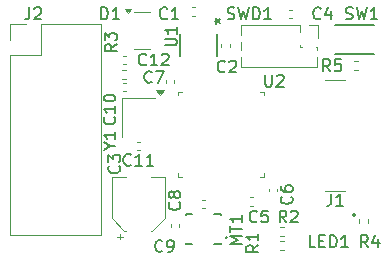
<source format=gbr>
%TF.GenerationSoftware,KiCad,Pcbnew,9.0.0*%
%TF.CreationDate,2025-06-23T18:52:12-04:00*%
%TF.ProjectId,CRSF_PWM_Gyro,43525346-5f50-4574-9d5f-4779726f2e6b,rev?*%
%TF.SameCoordinates,Original*%
%TF.FileFunction,Legend,Top*%
%TF.FilePolarity,Positive*%
%FSLAX46Y46*%
G04 Gerber Fmt 4.6, Leading zero omitted, Abs format (unit mm)*
G04 Created by KiCad (PCBNEW 9.0.0) date 2025-06-23 18:52:12*
%MOMM*%
%LPD*%
G01*
G04 APERTURE LIST*
%ADD10C,0.150000*%
%ADD11C,0.120000*%
%ADD12C,0.200000*%
%ADD13C,0.152400*%
%ADD14C,0.127000*%
G04 APERTURE END LIST*
D10*
X150833333Y-98454819D02*
X150500000Y-97978628D01*
X150261905Y-98454819D02*
X150261905Y-97454819D01*
X150261905Y-97454819D02*
X150642857Y-97454819D01*
X150642857Y-97454819D02*
X150738095Y-97502438D01*
X150738095Y-97502438D02*
X150785714Y-97550057D01*
X150785714Y-97550057D02*
X150833333Y-97645295D01*
X150833333Y-97645295D02*
X150833333Y-97788152D01*
X150833333Y-97788152D02*
X150785714Y-97883390D01*
X150785714Y-97883390D02*
X150738095Y-97931009D01*
X150738095Y-97931009D02*
X150642857Y-97978628D01*
X150642857Y-97978628D02*
X150261905Y-97978628D01*
X151690476Y-97788152D02*
X151690476Y-98454819D01*
X151452381Y-97407200D02*
X151214286Y-98121485D01*
X151214286Y-98121485D02*
X151833333Y-98121485D01*
X129359580Y-87442857D02*
X129407200Y-87490476D01*
X129407200Y-87490476D02*
X129454819Y-87633333D01*
X129454819Y-87633333D02*
X129454819Y-87728571D01*
X129454819Y-87728571D02*
X129407200Y-87871428D01*
X129407200Y-87871428D02*
X129311961Y-87966666D01*
X129311961Y-87966666D02*
X129216723Y-88014285D01*
X129216723Y-88014285D02*
X129026247Y-88061904D01*
X129026247Y-88061904D02*
X128883390Y-88061904D01*
X128883390Y-88061904D02*
X128692914Y-88014285D01*
X128692914Y-88014285D02*
X128597676Y-87966666D01*
X128597676Y-87966666D02*
X128502438Y-87871428D01*
X128502438Y-87871428D02*
X128454819Y-87728571D01*
X128454819Y-87728571D02*
X128454819Y-87633333D01*
X128454819Y-87633333D02*
X128502438Y-87490476D01*
X128502438Y-87490476D02*
X128550057Y-87442857D01*
X129454819Y-86490476D02*
X129454819Y-87061904D01*
X129454819Y-86776190D02*
X128454819Y-86776190D01*
X128454819Y-86776190D02*
X128597676Y-86871428D01*
X128597676Y-86871428D02*
X128692914Y-86966666D01*
X128692914Y-86966666D02*
X128740533Y-87061904D01*
X128454819Y-85871428D02*
X128454819Y-85776190D01*
X128454819Y-85776190D02*
X128502438Y-85680952D01*
X128502438Y-85680952D02*
X128550057Y-85633333D01*
X128550057Y-85633333D02*
X128645295Y-85585714D01*
X128645295Y-85585714D02*
X128835771Y-85538095D01*
X128835771Y-85538095D02*
X129073866Y-85538095D01*
X129073866Y-85538095D02*
X129264342Y-85585714D01*
X129264342Y-85585714D02*
X129359580Y-85633333D01*
X129359580Y-85633333D02*
X129407200Y-85680952D01*
X129407200Y-85680952D02*
X129454819Y-85776190D01*
X129454819Y-85776190D02*
X129454819Y-85871428D01*
X129454819Y-85871428D02*
X129407200Y-85966666D01*
X129407200Y-85966666D02*
X129359580Y-86014285D01*
X129359580Y-86014285D02*
X129264342Y-86061904D01*
X129264342Y-86061904D02*
X129073866Y-86109523D01*
X129073866Y-86109523D02*
X128835771Y-86109523D01*
X128835771Y-86109523D02*
X128645295Y-86061904D01*
X128645295Y-86061904D02*
X128550057Y-86014285D01*
X128550057Y-86014285D02*
X128502438Y-85966666D01*
X128502438Y-85966666D02*
X128454819Y-85871428D01*
X132057142Y-82959580D02*
X132009523Y-83007200D01*
X132009523Y-83007200D02*
X131866666Y-83054819D01*
X131866666Y-83054819D02*
X131771428Y-83054819D01*
X131771428Y-83054819D02*
X131628571Y-83007200D01*
X131628571Y-83007200D02*
X131533333Y-82911961D01*
X131533333Y-82911961D02*
X131485714Y-82816723D01*
X131485714Y-82816723D02*
X131438095Y-82626247D01*
X131438095Y-82626247D02*
X131438095Y-82483390D01*
X131438095Y-82483390D02*
X131485714Y-82292914D01*
X131485714Y-82292914D02*
X131533333Y-82197676D01*
X131533333Y-82197676D02*
X131628571Y-82102438D01*
X131628571Y-82102438D02*
X131771428Y-82054819D01*
X131771428Y-82054819D02*
X131866666Y-82054819D01*
X131866666Y-82054819D02*
X132009523Y-82102438D01*
X132009523Y-82102438D02*
X132057142Y-82150057D01*
X133009523Y-83054819D02*
X132438095Y-83054819D01*
X132723809Y-83054819D02*
X132723809Y-82054819D01*
X132723809Y-82054819D02*
X132628571Y-82197676D01*
X132628571Y-82197676D02*
X132533333Y-82292914D01*
X132533333Y-82292914D02*
X132438095Y-82340533D01*
X133390476Y-82150057D02*
X133438095Y-82102438D01*
X133438095Y-82102438D02*
X133533333Y-82054819D01*
X133533333Y-82054819D02*
X133771428Y-82054819D01*
X133771428Y-82054819D02*
X133866666Y-82102438D01*
X133866666Y-82102438D02*
X133914285Y-82150057D01*
X133914285Y-82150057D02*
X133961904Y-82245295D01*
X133961904Y-82245295D02*
X133961904Y-82340533D01*
X133961904Y-82340533D02*
X133914285Y-82483390D01*
X133914285Y-82483390D02*
X133342857Y-83054819D01*
X133342857Y-83054819D02*
X133961904Y-83054819D01*
X133833333Y-79059580D02*
X133785714Y-79107200D01*
X133785714Y-79107200D02*
X133642857Y-79154819D01*
X133642857Y-79154819D02*
X133547619Y-79154819D01*
X133547619Y-79154819D02*
X133404762Y-79107200D01*
X133404762Y-79107200D02*
X133309524Y-79011961D01*
X133309524Y-79011961D02*
X133261905Y-78916723D01*
X133261905Y-78916723D02*
X133214286Y-78726247D01*
X133214286Y-78726247D02*
X133214286Y-78583390D01*
X133214286Y-78583390D02*
X133261905Y-78392914D01*
X133261905Y-78392914D02*
X133309524Y-78297676D01*
X133309524Y-78297676D02*
X133404762Y-78202438D01*
X133404762Y-78202438D02*
X133547619Y-78154819D01*
X133547619Y-78154819D02*
X133642857Y-78154819D01*
X133642857Y-78154819D02*
X133785714Y-78202438D01*
X133785714Y-78202438D02*
X133833333Y-78250057D01*
X134785714Y-79154819D02*
X134214286Y-79154819D01*
X134500000Y-79154819D02*
X134500000Y-78154819D01*
X134500000Y-78154819D02*
X134404762Y-78297676D01*
X134404762Y-78297676D02*
X134309524Y-78392914D01*
X134309524Y-78392914D02*
X134214286Y-78440533D01*
X144359580Y-94166666D02*
X144407200Y-94214285D01*
X144407200Y-94214285D02*
X144454819Y-94357142D01*
X144454819Y-94357142D02*
X144454819Y-94452380D01*
X144454819Y-94452380D02*
X144407200Y-94595237D01*
X144407200Y-94595237D02*
X144311961Y-94690475D01*
X144311961Y-94690475D02*
X144216723Y-94738094D01*
X144216723Y-94738094D02*
X144026247Y-94785713D01*
X144026247Y-94785713D02*
X143883390Y-94785713D01*
X143883390Y-94785713D02*
X143692914Y-94738094D01*
X143692914Y-94738094D02*
X143597676Y-94690475D01*
X143597676Y-94690475D02*
X143502438Y-94595237D01*
X143502438Y-94595237D02*
X143454819Y-94452380D01*
X143454819Y-94452380D02*
X143454819Y-94357142D01*
X143454819Y-94357142D02*
X143502438Y-94214285D01*
X143502438Y-94214285D02*
X143550057Y-94166666D01*
X143454819Y-93309523D02*
X143454819Y-93499999D01*
X143454819Y-93499999D02*
X143502438Y-93595237D01*
X143502438Y-93595237D02*
X143550057Y-93642856D01*
X143550057Y-93642856D02*
X143692914Y-93738094D01*
X143692914Y-93738094D02*
X143883390Y-93785713D01*
X143883390Y-93785713D02*
X144264342Y-93785713D01*
X144264342Y-93785713D02*
X144359580Y-93738094D01*
X144359580Y-93738094D02*
X144407200Y-93690475D01*
X144407200Y-93690475D02*
X144454819Y-93595237D01*
X144454819Y-93595237D02*
X144454819Y-93404761D01*
X144454819Y-93404761D02*
X144407200Y-93309523D01*
X144407200Y-93309523D02*
X144359580Y-93261904D01*
X144359580Y-93261904D02*
X144264342Y-93214285D01*
X144264342Y-93214285D02*
X144026247Y-93214285D01*
X144026247Y-93214285D02*
X143931009Y-93261904D01*
X143931009Y-93261904D02*
X143883390Y-93309523D01*
X143883390Y-93309523D02*
X143835771Y-93404761D01*
X143835771Y-93404761D02*
X143835771Y-93595237D01*
X143835771Y-93595237D02*
X143883390Y-93690475D01*
X143883390Y-93690475D02*
X143931009Y-93738094D01*
X143931009Y-93738094D02*
X144026247Y-93785713D01*
X130757142Y-91459580D02*
X130709523Y-91507200D01*
X130709523Y-91507200D02*
X130566666Y-91554819D01*
X130566666Y-91554819D02*
X130471428Y-91554819D01*
X130471428Y-91554819D02*
X130328571Y-91507200D01*
X130328571Y-91507200D02*
X130233333Y-91411961D01*
X130233333Y-91411961D02*
X130185714Y-91316723D01*
X130185714Y-91316723D02*
X130138095Y-91126247D01*
X130138095Y-91126247D02*
X130138095Y-90983390D01*
X130138095Y-90983390D02*
X130185714Y-90792914D01*
X130185714Y-90792914D02*
X130233333Y-90697676D01*
X130233333Y-90697676D02*
X130328571Y-90602438D01*
X130328571Y-90602438D02*
X130471428Y-90554819D01*
X130471428Y-90554819D02*
X130566666Y-90554819D01*
X130566666Y-90554819D02*
X130709523Y-90602438D01*
X130709523Y-90602438D02*
X130757142Y-90650057D01*
X131709523Y-91554819D02*
X131138095Y-91554819D01*
X131423809Y-91554819D02*
X131423809Y-90554819D01*
X131423809Y-90554819D02*
X131328571Y-90697676D01*
X131328571Y-90697676D02*
X131233333Y-90792914D01*
X131233333Y-90792914D02*
X131138095Y-90840533D01*
X132661904Y-91554819D02*
X132090476Y-91554819D01*
X132376190Y-91554819D02*
X132376190Y-90554819D01*
X132376190Y-90554819D02*
X132280952Y-90697676D01*
X132280952Y-90697676D02*
X132185714Y-90792914D01*
X132185714Y-90792914D02*
X132090476Y-90840533D01*
X146381639Y-98454819D02*
X145905449Y-98454819D01*
X145905449Y-98454819D02*
X145905449Y-97454819D01*
X146714973Y-97931009D02*
X147048306Y-97931009D01*
X147191163Y-98454819D02*
X146714973Y-98454819D01*
X146714973Y-98454819D02*
X146714973Y-97454819D01*
X146714973Y-97454819D02*
X147191163Y-97454819D01*
X147619735Y-98454819D02*
X147619735Y-97454819D01*
X147619735Y-97454819D02*
X147857830Y-97454819D01*
X147857830Y-97454819D02*
X148000687Y-97502438D01*
X148000687Y-97502438D02*
X148095925Y-97597676D01*
X148095925Y-97597676D02*
X148143544Y-97692914D01*
X148143544Y-97692914D02*
X148191163Y-97883390D01*
X148191163Y-97883390D02*
X148191163Y-98026247D01*
X148191163Y-98026247D02*
X148143544Y-98216723D01*
X148143544Y-98216723D02*
X148095925Y-98311961D01*
X148095925Y-98311961D02*
X148000687Y-98407200D01*
X148000687Y-98407200D02*
X147857830Y-98454819D01*
X147857830Y-98454819D02*
X147619735Y-98454819D01*
X149143544Y-98454819D02*
X148572116Y-98454819D01*
X148857830Y-98454819D02*
X148857830Y-97454819D01*
X148857830Y-97454819D02*
X148762592Y-97597676D01*
X148762592Y-97597676D02*
X148667354Y-97692914D01*
X148667354Y-97692914D02*
X148572116Y-97740533D01*
X128978628Y-89876190D02*
X129454819Y-89876190D01*
X128454819Y-90209523D02*
X128978628Y-89876190D01*
X128978628Y-89876190D02*
X128454819Y-89542857D01*
X129454819Y-88685714D02*
X129454819Y-89257142D01*
X129454819Y-88971428D02*
X128454819Y-88971428D01*
X128454819Y-88971428D02*
X128597676Y-89066666D01*
X128597676Y-89066666D02*
X128692914Y-89161904D01*
X128692914Y-89161904D02*
X128740533Y-89257142D01*
X138966667Y-79107200D02*
X139109524Y-79154819D01*
X139109524Y-79154819D02*
X139347619Y-79154819D01*
X139347619Y-79154819D02*
X139442857Y-79107200D01*
X139442857Y-79107200D02*
X139490476Y-79059580D01*
X139490476Y-79059580D02*
X139538095Y-78964342D01*
X139538095Y-78964342D02*
X139538095Y-78869104D01*
X139538095Y-78869104D02*
X139490476Y-78773866D01*
X139490476Y-78773866D02*
X139442857Y-78726247D01*
X139442857Y-78726247D02*
X139347619Y-78678628D01*
X139347619Y-78678628D02*
X139157143Y-78631009D01*
X139157143Y-78631009D02*
X139061905Y-78583390D01*
X139061905Y-78583390D02*
X139014286Y-78535771D01*
X139014286Y-78535771D02*
X138966667Y-78440533D01*
X138966667Y-78440533D02*
X138966667Y-78345295D01*
X138966667Y-78345295D02*
X139014286Y-78250057D01*
X139014286Y-78250057D02*
X139061905Y-78202438D01*
X139061905Y-78202438D02*
X139157143Y-78154819D01*
X139157143Y-78154819D02*
X139395238Y-78154819D01*
X139395238Y-78154819D02*
X139538095Y-78202438D01*
X139871429Y-78154819D02*
X140109524Y-79154819D01*
X140109524Y-79154819D02*
X140300000Y-78440533D01*
X140300000Y-78440533D02*
X140490476Y-79154819D01*
X140490476Y-79154819D02*
X140728572Y-78154819D01*
X141109524Y-79154819D02*
X141109524Y-78154819D01*
X141109524Y-78154819D02*
X141347619Y-78154819D01*
X141347619Y-78154819D02*
X141490476Y-78202438D01*
X141490476Y-78202438D02*
X141585714Y-78297676D01*
X141585714Y-78297676D02*
X141633333Y-78392914D01*
X141633333Y-78392914D02*
X141680952Y-78583390D01*
X141680952Y-78583390D02*
X141680952Y-78726247D01*
X141680952Y-78726247D02*
X141633333Y-78916723D01*
X141633333Y-78916723D02*
X141585714Y-79011961D01*
X141585714Y-79011961D02*
X141490476Y-79107200D01*
X141490476Y-79107200D02*
X141347619Y-79154819D01*
X141347619Y-79154819D02*
X141109524Y-79154819D01*
X142633333Y-79154819D02*
X142061905Y-79154819D01*
X142347619Y-79154819D02*
X142347619Y-78154819D01*
X142347619Y-78154819D02*
X142252381Y-78297676D01*
X142252381Y-78297676D02*
X142157143Y-78392914D01*
X142157143Y-78392914D02*
X142061905Y-78440533D01*
X132533333Y-84459580D02*
X132485714Y-84507200D01*
X132485714Y-84507200D02*
X132342857Y-84554819D01*
X132342857Y-84554819D02*
X132247619Y-84554819D01*
X132247619Y-84554819D02*
X132104762Y-84507200D01*
X132104762Y-84507200D02*
X132009524Y-84411961D01*
X132009524Y-84411961D02*
X131961905Y-84316723D01*
X131961905Y-84316723D02*
X131914286Y-84126247D01*
X131914286Y-84126247D02*
X131914286Y-83983390D01*
X131914286Y-83983390D02*
X131961905Y-83792914D01*
X131961905Y-83792914D02*
X132009524Y-83697676D01*
X132009524Y-83697676D02*
X132104762Y-83602438D01*
X132104762Y-83602438D02*
X132247619Y-83554819D01*
X132247619Y-83554819D02*
X132342857Y-83554819D01*
X132342857Y-83554819D02*
X132485714Y-83602438D01*
X132485714Y-83602438D02*
X132533333Y-83650057D01*
X132866667Y-83554819D02*
X133533333Y-83554819D01*
X133533333Y-83554819D02*
X133104762Y-84554819D01*
X122166666Y-78154819D02*
X122166666Y-78869104D01*
X122166666Y-78869104D02*
X122119047Y-79011961D01*
X122119047Y-79011961D02*
X122023809Y-79107200D01*
X122023809Y-79107200D02*
X121880952Y-79154819D01*
X121880952Y-79154819D02*
X121785714Y-79154819D01*
X122595238Y-78250057D02*
X122642857Y-78202438D01*
X122642857Y-78202438D02*
X122738095Y-78154819D01*
X122738095Y-78154819D02*
X122976190Y-78154819D01*
X122976190Y-78154819D02*
X123071428Y-78202438D01*
X123071428Y-78202438D02*
X123119047Y-78250057D01*
X123119047Y-78250057D02*
X123166666Y-78345295D01*
X123166666Y-78345295D02*
X123166666Y-78440533D01*
X123166666Y-78440533D02*
X123119047Y-78583390D01*
X123119047Y-78583390D02*
X122547619Y-79154819D01*
X122547619Y-79154819D02*
X123166666Y-79154819D01*
X148966667Y-79107200D02*
X149109524Y-79154819D01*
X149109524Y-79154819D02*
X149347619Y-79154819D01*
X149347619Y-79154819D02*
X149442857Y-79107200D01*
X149442857Y-79107200D02*
X149490476Y-79059580D01*
X149490476Y-79059580D02*
X149538095Y-78964342D01*
X149538095Y-78964342D02*
X149538095Y-78869104D01*
X149538095Y-78869104D02*
X149490476Y-78773866D01*
X149490476Y-78773866D02*
X149442857Y-78726247D01*
X149442857Y-78726247D02*
X149347619Y-78678628D01*
X149347619Y-78678628D02*
X149157143Y-78631009D01*
X149157143Y-78631009D02*
X149061905Y-78583390D01*
X149061905Y-78583390D02*
X149014286Y-78535771D01*
X149014286Y-78535771D02*
X148966667Y-78440533D01*
X148966667Y-78440533D02*
X148966667Y-78345295D01*
X148966667Y-78345295D02*
X149014286Y-78250057D01*
X149014286Y-78250057D02*
X149061905Y-78202438D01*
X149061905Y-78202438D02*
X149157143Y-78154819D01*
X149157143Y-78154819D02*
X149395238Y-78154819D01*
X149395238Y-78154819D02*
X149538095Y-78202438D01*
X149871429Y-78154819D02*
X150109524Y-79154819D01*
X150109524Y-79154819D02*
X150300000Y-78440533D01*
X150300000Y-78440533D02*
X150490476Y-79154819D01*
X150490476Y-79154819D02*
X150728572Y-78154819D01*
X151633333Y-79154819D02*
X151061905Y-79154819D01*
X151347619Y-79154819D02*
X151347619Y-78154819D01*
X151347619Y-78154819D02*
X151252381Y-78297676D01*
X151252381Y-78297676D02*
X151157143Y-78392914D01*
X151157143Y-78392914D02*
X151061905Y-78440533D01*
X141433333Y-96259580D02*
X141385714Y-96307200D01*
X141385714Y-96307200D02*
X141242857Y-96354819D01*
X141242857Y-96354819D02*
X141147619Y-96354819D01*
X141147619Y-96354819D02*
X141004762Y-96307200D01*
X141004762Y-96307200D02*
X140909524Y-96211961D01*
X140909524Y-96211961D02*
X140861905Y-96116723D01*
X140861905Y-96116723D02*
X140814286Y-95926247D01*
X140814286Y-95926247D02*
X140814286Y-95783390D01*
X140814286Y-95783390D02*
X140861905Y-95592914D01*
X140861905Y-95592914D02*
X140909524Y-95497676D01*
X140909524Y-95497676D02*
X141004762Y-95402438D01*
X141004762Y-95402438D02*
X141147619Y-95354819D01*
X141147619Y-95354819D02*
X141242857Y-95354819D01*
X141242857Y-95354819D02*
X141385714Y-95402438D01*
X141385714Y-95402438D02*
X141433333Y-95450057D01*
X142338095Y-95354819D02*
X141861905Y-95354819D01*
X141861905Y-95354819D02*
X141814286Y-95831009D01*
X141814286Y-95831009D02*
X141861905Y-95783390D01*
X141861905Y-95783390D02*
X141957143Y-95735771D01*
X141957143Y-95735771D02*
X142195238Y-95735771D01*
X142195238Y-95735771D02*
X142290476Y-95783390D01*
X142290476Y-95783390D02*
X142338095Y-95831009D01*
X142338095Y-95831009D02*
X142385714Y-95926247D01*
X142385714Y-95926247D02*
X142385714Y-96164342D01*
X142385714Y-96164342D02*
X142338095Y-96259580D01*
X142338095Y-96259580D02*
X142290476Y-96307200D01*
X142290476Y-96307200D02*
X142195238Y-96354819D01*
X142195238Y-96354819D02*
X141957143Y-96354819D01*
X141957143Y-96354819D02*
X141861905Y-96307200D01*
X141861905Y-96307200D02*
X141814286Y-96259580D01*
X146833333Y-79059580D02*
X146785714Y-79107200D01*
X146785714Y-79107200D02*
X146642857Y-79154819D01*
X146642857Y-79154819D02*
X146547619Y-79154819D01*
X146547619Y-79154819D02*
X146404762Y-79107200D01*
X146404762Y-79107200D02*
X146309524Y-79011961D01*
X146309524Y-79011961D02*
X146261905Y-78916723D01*
X146261905Y-78916723D02*
X146214286Y-78726247D01*
X146214286Y-78726247D02*
X146214286Y-78583390D01*
X146214286Y-78583390D02*
X146261905Y-78392914D01*
X146261905Y-78392914D02*
X146309524Y-78297676D01*
X146309524Y-78297676D02*
X146404762Y-78202438D01*
X146404762Y-78202438D02*
X146547619Y-78154819D01*
X146547619Y-78154819D02*
X146642857Y-78154819D01*
X146642857Y-78154819D02*
X146785714Y-78202438D01*
X146785714Y-78202438D02*
X146833333Y-78250057D01*
X147690476Y-78488152D02*
X147690476Y-79154819D01*
X147452381Y-78107200D02*
X147214286Y-78821485D01*
X147214286Y-78821485D02*
X147833333Y-78821485D01*
X142138095Y-83854819D02*
X142138095Y-84664342D01*
X142138095Y-84664342D02*
X142185714Y-84759580D01*
X142185714Y-84759580D02*
X142233333Y-84807200D01*
X142233333Y-84807200D02*
X142328571Y-84854819D01*
X142328571Y-84854819D02*
X142519047Y-84854819D01*
X142519047Y-84854819D02*
X142614285Y-84807200D01*
X142614285Y-84807200D02*
X142661904Y-84759580D01*
X142661904Y-84759580D02*
X142709523Y-84664342D01*
X142709523Y-84664342D02*
X142709523Y-83854819D01*
X143138095Y-83950057D02*
X143185714Y-83902438D01*
X143185714Y-83902438D02*
X143280952Y-83854819D01*
X143280952Y-83854819D02*
X143519047Y-83854819D01*
X143519047Y-83854819D02*
X143614285Y-83902438D01*
X143614285Y-83902438D02*
X143661904Y-83950057D01*
X143661904Y-83950057D02*
X143709523Y-84045295D01*
X143709523Y-84045295D02*
X143709523Y-84140533D01*
X143709523Y-84140533D02*
X143661904Y-84283390D01*
X143661904Y-84283390D02*
X143090476Y-84854819D01*
X143090476Y-84854819D02*
X143709523Y-84854819D01*
X138733333Y-83559580D02*
X138685714Y-83607200D01*
X138685714Y-83607200D02*
X138542857Y-83654819D01*
X138542857Y-83654819D02*
X138447619Y-83654819D01*
X138447619Y-83654819D02*
X138304762Y-83607200D01*
X138304762Y-83607200D02*
X138209524Y-83511961D01*
X138209524Y-83511961D02*
X138161905Y-83416723D01*
X138161905Y-83416723D02*
X138114286Y-83226247D01*
X138114286Y-83226247D02*
X138114286Y-83083390D01*
X138114286Y-83083390D02*
X138161905Y-82892914D01*
X138161905Y-82892914D02*
X138209524Y-82797676D01*
X138209524Y-82797676D02*
X138304762Y-82702438D01*
X138304762Y-82702438D02*
X138447619Y-82654819D01*
X138447619Y-82654819D02*
X138542857Y-82654819D01*
X138542857Y-82654819D02*
X138685714Y-82702438D01*
X138685714Y-82702438D02*
X138733333Y-82750057D01*
X139114286Y-82750057D02*
X139161905Y-82702438D01*
X139161905Y-82702438D02*
X139257143Y-82654819D01*
X139257143Y-82654819D02*
X139495238Y-82654819D01*
X139495238Y-82654819D02*
X139590476Y-82702438D01*
X139590476Y-82702438D02*
X139638095Y-82750057D01*
X139638095Y-82750057D02*
X139685714Y-82845295D01*
X139685714Y-82845295D02*
X139685714Y-82940533D01*
X139685714Y-82940533D02*
X139638095Y-83083390D01*
X139638095Y-83083390D02*
X139066667Y-83654819D01*
X139066667Y-83654819D02*
X139685714Y-83654819D01*
X141554819Y-98266666D02*
X141078628Y-98599999D01*
X141554819Y-98838094D02*
X140554819Y-98838094D01*
X140554819Y-98838094D02*
X140554819Y-98457142D01*
X140554819Y-98457142D02*
X140602438Y-98361904D01*
X140602438Y-98361904D02*
X140650057Y-98314285D01*
X140650057Y-98314285D02*
X140745295Y-98266666D01*
X140745295Y-98266666D02*
X140888152Y-98266666D01*
X140888152Y-98266666D02*
X140983390Y-98314285D01*
X140983390Y-98314285D02*
X141031009Y-98361904D01*
X141031009Y-98361904D02*
X141078628Y-98457142D01*
X141078628Y-98457142D02*
X141078628Y-98838094D01*
X141554819Y-97314285D02*
X141554819Y-97885713D01*
X141554819Y-97599999D02*
X140554819Y-97599999D01*
X140554819Y-97599999D02*
X140697676Y-97695237D01*
X140697676Y-97695237D02*
X140792914Y-97790475D01*
X140792914Y-97790475D02*
X140840533Y-97885713D01*
X143933333Y-96354819D02*
X143600000Y-95878628D01*
X143361905Y-96354819D02*
X143361905Y-95354819D01*
X143361905Y-95354819D02*
X143742857Y-95354819D01*
X143742857Y-95354819D02*
X143838095Y-95402438D01*
X143838095Y-95402438D02*
X143885714Y-95450057D01*
X143885714Y-95450057D02*
X143933333Y-95545295D01*
X143933333Y-95545295D02*
X143933333Y-95688152D01*
X143933333Y-95688152D02*
X143885714Y-95783390D01*
X143885714Y-95783390D02*
X143838095Y-95831009D01*
X143838095Y-95831009D02*
X143742857Y-95878628D01*
X143742857Y-95878628D02*
X143361905Y-95878628D01*
X144314286Y-95450057D02*
X144361905Y-95402438D01*
X144361905Y-95402438D02*
X144457143Y-95354819D01*
X144457143Y-95354819D02*
X144695238Y-95354819D01*
X144695238Y-95354819D02*
X144790476Y-95402438D01*
X144790476Y-95402438D02*
X144838095Y-95450057D01*
X144838095Y-95450057D02*
X144885714Y-95545295D01*
X144885714Y-95545295D02*
X144885714Y-95640533D01*
X144885714Y-95640533D02*
X144838095Y-95783390D01*
X144838095Y-95783390D02*
X144266667Y-96354819D01*
X144266667Y-96354819D02*
X144885714Y-96354819D01*
X133654819Y-81361904D02*
X134464342Y-81361904D01*
X134464342Y-81361904D02*
X134559580Y-81314285D01*
X134559580Y-81314285D02*
X134607200Y-81266666D01*
X134607200Y-81266666D02*
X134654819Y-81171428D01*
X134654819Y-81171428D02*
X134654819Y-80980952D01*
X134654819Y-80980952D02*
X134607200Y-80885714D01*
X134607200Y-80885714D02*
X134559580Y-80838095D01*
X134559580Y-80838095D02*
X134464342Y-80790476D01*
X134464342Y-80790476D02*
X133654819Y-80790476D01*
X134654819Y-79790476D02*
X134654819Y-80361904D01*
X134654819Y-80076190D02*
X133654819Y-80076190D01*
X133654819Y-80076190D02*
X133797676Y-80171428D01*
X133797676Y-80171428D02*
X133892914Y-80266666D01*
X133892914Y-80266666D02*
X133940533Y-80361904D01*
X137854819Y-79299999D02*
X138092914Y-79299999D01*
X137997676Y-79538094D02*
X138092914Y-79299999D01*
X138092914Y-79299999D02*
X137997676Y-79061904D01*
X138283390Y-79442856D02*
X138092914Y-79299999D01*
X138092914Y-79299999D02*
X138283390Y-79157142D01*
X147716666Y-93954819D02*
X147716666Y-94669104D01*
X147716666Y-94669104D02*
X147669047Y-94811961D01*
X147669047Y-94811961D02*
X147573809Y-94907200D01*
X147573809Y-94907200D02*
X147430952Y-94954819D01*
X147430952Y-94954819D02*
X147335714Y-94954819D01*
X148716666Y-94954819D02*
X148145238Y-94954819D01*
X148430952Y-94954819D02*
X148430952Y-93954819D01*
X148430952Y-93954819D02*
X148335714Y-94097676D01*
X148335714Y-94097676D02*
X148240476Y-94192914D01*
X148240476Y-94192914D02*
X148145238Y-94240533D01*
X140154819Y-98190475D02*
X139154819Y-98190475D01*
X139154819Y-98190475D02*
X139869104Y-97857142D01*
X139869104Y-97857142D02*
X139154819Y-97523809D01*
X139154819Y-97523809D02*
X140154819Y-97523809D01*
X139154819Y-97190475D02*
X139154819Y-96619047D01*
X140154819Y-96904761D02*
X139154819Y-96904761D01*
X140154819Y-95761904D02*
X140154819Y-96333332D01*
X140154819Y-96047618D02*
X139154819Y-96047618D01*
X139154819Y-96047618D02*
X139297676Y-96142856D01*
X139297676Y-96142856D02*
X139392914Y-96238094D01*
X139392914Y-96238094D02*
X139440533Y-96333332D01*
X147633333Y-83554819D02*
X147300000Y-83078628D01*
X147061905Y-83554819D02*
X147061905Y-82554819D01*
X147061905Y-82554819D02*
X147442857Y-82554819D01*
X147442857Y-82554819D02*
X147538095Y-82602438D01*
X147538095Y-82602438D02*
X147585714Y-82650057D01*
X147585714Y-82650057D02*
X147633333Y-82745295D01*
X147633333Y-82745295D02*
X147633333Y-82888152D01*
X147633333Y-82888152D02*
X147585714Y-82983390D01*
X147585714Y-82983390D02*
X147538095Y-83031009D01*
X147538095Y-83031009D02*
X147442857Y-83078628D01*
X147442857Y-83078628D02*
X147061905Y-83078628D01*
X148538095Y-82554819D02*
X148061905Y-82554819D01*
X148061905Y-82554819D02*
X148014286Y-83031009D01*
X148014286Y-83031009D02*
X148061905Y-82983390D01*
X148061905Y-82983390D02*
X148157143Y-82935771D01*
X148157143Y-82935771D02*
X148395238Y-82935771D01*
X148395238Y-82935771D02*
X148490476Y-82983390D01*
X148490476Y-82983390D02*
X148538095Y-83031009D01*
X148538095Y-83031009D02*
X148585714Y-83126247D01*
X148585714Y-83126247D02*
X148585714Y-83364342D01*
X148585714Y-83364342D02*
X148538095Y-83459580D01*
X148538095Y-83459580D02*
X148490476Y-83507200D01*
X148490476Y-83507200D02*
X148395238Y-83554819D01*
X148395238Y-83554819D02*
X148157143Y-83554819D01*
X148157143Y-83554819D02*
X148061905Y-83507200D01*
X148061905Y-83507200D02*
X148014286Y-83459580D01*
X133433333Y-98759580D02*
X133385714Y-98807200D01*
X133385714Y-98807200D02*
X133242857Y-98854819D01*
X133242857Y-98854819D02*
X133147619Y-98854819D01*
X133147619Y-98854819D02*
X133004762Y-98807200D01*
X133004762Y-98807200D02*
X132909524Y-98711961D01*
X132909524Y-98711961D02*
X132861905Y-98616723D01*
X132861905Y-98616723D02*
X132814286Y-98426247D01*
X132814286Y-98426247D02*
X132814286Y-98283390D01*
X132814286Y-98283390D02*
X132861905Y-98092914D01*
X132861905Y-98092914D02*
X132909524Y-97997676D01*
X132909524Y-97997676D02*
X133004762Y-97902438D01*
X133004762Y-97902438D02*
X133147619Y-97854819D01*
X133147619Y-97854819D02*
X133242857Y-97854819D01*
X133242857Y-97854819D02*
X133385714Y-97902438D01*
X133385714Y-97902438D02*
X133433333Y-97950057D01*
X133909524Y-98854819D02*
X134100000Y-98854819D01*
X134100000Y-98854819D02*
X134195238Y-98807200D01*
X134195238Y-98807200D02*
X134242857Y-98759580D01*
X134242857Y-98759580D02*
X134338095Y-98616723D01*
X134338095Y-98616723D02*
X134385714Y-98426247D01*
X134385714Y-98426247D02*
X134385714Y-98045295D01*
X134385714Y-98045295D02*
X134338095Y-97950057D01*
X134338095Y-97950057D02*
X134290476Y-97902438D01*
X134290476Y-97902438D02*
X134195238Y-97854819D01*
X134195238Y-97854819D02*
X134004762Y-97854819D01*
X134004762Y-97854819D02*
X133909524Y-97902438D01*
X133909524Y-97902438D02*
X133861905Y-97950057D01*
X133861905Y-97950057D02*
X133814286Y-98045295D01*
X133814286Y-98045295D02*
X133814286Y-98283390D01*
X133814286Y-98283390D02*
X133861905Y-98378628D01*
X133861905Y-98378628D02*
X133909524Y-98426247D01*
X133909524Y-98426247D02*
X134004762Y-98473866D01*
X134004762Y-98473866D02*
X134195238Y-98473866D01*
X134195238Y-98473866D02*
X134290476Y-98426247D01*
X134290476Y-98426247D02*
X134338095Y-98378628D01*
X134338095Y-98378628D02*
X134385714Y-98283390D01*
X129554819Y-81266666D02*
X129078628Y-81599999D01*
X129554819Y-81838094D02*
X128554819Y-81838094D01*
X128554819Y-81838094D02*
X128554819Y-81457142D01*
X128554819Y-81457142D02*
X128602438Y-81361904D01*
X128602438Y-81361904D02*
X128650057Y-81314285D01*
X128650057Y-81314285D02*
X128745295Y-81266666D01*
X128745295Y-81266666D02*
X128888152Y-81266666D01*
X128888152Y-81266666D02*
X128983390Y-81314285D01*
X128983390Y-81314285D02*
X129031009Y-81361904D01*
X129031009Y-81361904D02*
X129078628Y-81457142D01*
X129078628Y-81457142D02*
X129078628Y-81838094D01*
X128554819Y-80933332D02*
X128554819Y-80314285D01*
X128554819Y-80314285D02*
X128935771Y-80647618D01*
X128935771Y-80647618D02*
X128935771Y-80504761D01*
X128935771Y-80504761D02*
X128983390Y-80409523D01*
X128983390Y-80409523D02*
X129031009Y-80361904D01*
X129031009Y-80361904D02*
X129126247Y-80314285D01*
X129126247Y-80314285D02*
X129364342Y-80314285D01*
X129364342Y-80314285D02*
X129459580Y-80361904D01*
X129459580Y-80361904D02*
X129507200Y-80409523D01*
X129507200Y-80409523D02*
X129554819Y-80504761D01*
X129554819Y-80504761D02*
X129554819Y-80790475D01*
X129554819Y-80790475D02*
X129507200Y-80885713D01*
X129507200Y-80885713D02*
X129459580Y-80933332D01*
X128261905Y-79154819D02*
X128261905Y-78154819D01*
X128261905Y-78154819D02*
X128500000Y-78154819D01*
X128500000Y-78154819D02*
X128642857Y-78202438D01*
X128642857Y-78202438D02*
X128738095Y-78297676D01*
X128738095Y-78297676D02*
X128785714Y-78392914D01*
X128785714Y-78392914D02*
X128833333Y-78583390D01*
X128833333Y-78583390D02*
X128833333Y-78726247D01*
X128833333Y-78726247D02*
X128785714Y-78916723D01*
X128785714Y-78916723D02*
X128738095Y-79011961D01*
X128738095Y-79011961D02*
X128642857Y-79107200D01*
X128642857Y-79107200D02*
X128500000Y-79154819D01*
X128500000Y-79154819D02*
X128261905Y-79154819D01*
X129785714Y-79154819D02*
X129214286Y-79154819D01*
X129500000Y-79154819D02*
X129500000Y-78154819D01*
X129500000Y-78154819D02*
X129404762Y-78297676D01*
X129404762Y-78297676D02*
X129309524Y-78392914D01*
X129309524Y-78392914D02*
X129214286Y-78440533D01*
X134859580Y-94666666D02*
X134907200Y-94714285D01*
X134907200Y-94714285D02*
X134954819Y-94857142D01*
X134954819Y-94857142D02*
X134954819Y-94952380D01*
X134954819Y-94952380D02*
X134907200Y-95095237D01*
X134907200Y-95095237D02*
X134811961Y-95190475D01*
X134811961Y-95190475D02*
X134716723Y-95238094D01*
X134716723Y-95238094D02*
X134526247Y-95285713D01*
X134526247Y-95285713D02*
X134383390Y-95285713D01*
X134383390Y-95285713D02*
X134192914Y-95238094D01*
X134192914Y-95238094D02*
X134097676Y-95190475D01*
X134097676Y-95190475D02*
X134002438Y-95095237D01*
X134002438Y-95095237D02*
X133954819Y-94952380D01*
X133954819Y-94952380D02*
X133954819Y-94857142D01*
X133954819Y-94857142D02*
X134002438Y-94714285D01*
X134002438Y-94714285D02*
X134050057Y-94666666D01*
X134383390Y-94095237D02*
X134335771Y-94190475D01*
X134335771Y-94190475D02*
X134288152Y-94238094D01*
X134288152Y-94238094D02*
X134192914Y-94285713D01*
X134192914Y-94285713D02*
X134145295Y-94285713D01*
X134145295Y-94285713D02*
X134050057Y-94238094D01*
X134050057Y-94238094D02*
X134002438Y-94190475D01*
X134002438Y-94190475D02*
X133954819Y-94095237D01*
X133954819Y-94095237D02*
X133954819Y-93904761D01*
X133954819Y-93904761D02*
X134002438Y-93809523D01*
X134002438Y-93809523D02*
X134050057Y-93761904D01*
X134050057Y-93761904D02*
X134145295Y-93714285D01*
X134145295Y-93714285D02*
X134192914Y-93714285D01*
X134192914Y-93714285D02*
X134288152Y-93761904D01*
X134288152Y-93761904D02*
X134335771Y-93809523D01*
X134335771Y-93809523D02*
X134383390Y-93904761D01*
X134383390Y-93904761D02*
X134383390Y-94095237D01*
X134383390Y-94095237D02*
X134431009Y-94190475D01*
X134431009Y-94190475D02*
X134478628Y-94238094D01*
X134478628Y-94238094D02*
X134573866Y-94285713D01*
X134573866Y-94285713D02*
X134764342Y-94285713D01*
X134764342Y-94285713D02*
X134859580Y-94238094D01*
X134859580Y-94238094D02*
X134907200Y-94190475D01*
X134907200Y-94190475D02*
X134954819Y-94095237D01*
X134954819Y-94095237D02*
X134954819Y-93904761D01*
X134954819Y-93904761D02*
X134907200Y-93809523D01*
X134907200Y-93809523D02*
X134859580Y-93761904D01*
X134859580Y-93761904D02*
X134764342Y-93714285D01*
X134764342Y-93714285D02*
X134573866Y-93714285D01*
X134573866Y-93714285D02*
X134478628Y-93761904D01*
X134478628Y-93761904D02*
X134431009Y-93809523D01*
X134431009Y-93809523D02*
X134383390Y-93904761D01*
X129759580Y-91566666D02*
X129807200Y-91614285D01*
X129807200Y-91614285D02*
X129854819Y-91757142D01*
X129854819Y-91757142D02*
X129854819Y-91852380D01*
X129854819Y-91852380D02*
X129807200Y-91995237D01*
X129807200Y-91995237D02*
X129711961Y-92090475D01*
X129711961Y-92090475D02*
X129616723Y-92138094D01*
X129616723Y-92138094D02*
X129426247Y-92185713D01*
X129426247Y-92185713D02*
X129283390Y-92185713D01*
X129283390Y-92185713D02*
X129092914Y-92138094D01*
X129092914Y-92138094D02*
X128997676Y-92090475D01*
X128997676Y-92090475D02*
X128902438Y-91995237D01*
X128902438Y-91995237D02*
X128854819Y-91852380D01*
X128854819Y-91852380D02*
X128854819Y-91757142D01*
X128854819Y-91757142D02*
X128902438Y-91614285D01*
X128902438Y-91614285D02*
X128950057Y-91566666D01*
X128854819Y-91233332D02*
X128854819Y-90614285D01*
X128854819Y-90614285D02*
X129235771Y-90947618D01*
X129235771Y-90947618D02*
X129235771Y-90804761D01*
X129235771Y-90804761D02*
X129283390Y-90709523D01*
X129283390Y-90709523D02*
X129331009Y-90661904D01*
X129331009Y-90661904D02*
X129426247Y-90614285D01*
X129426247Y-90614285D02*
X129664342Y-90614285D01*
X129664342Y-90614285D02*
X129759580Y-90661904D01*
X129759580Y-90661904D02*
X129807200Y-90709523D01*
X129807200Y-90709523D02*
X129854819Y-90804761D01*
X129854819Y-90804761D02*
X129854819Y-91090475D01*
X129854819Y-91090475D02*
X129807200Y-91185713D01*
X129807200Y-91185713D02*
X129759580Y-91233332D01*
D11*
%TO.C,R4*%
X150120000Y-96032379D02*
X150120000Y-96367621D01*
X150880000Y-96032379D02*
X150880000Y-96367621D01*
%TO.C,C10*%
X130315835Y-84540000D02*
X130084165Y-84540000D01*
X130315835Y-85260000D02*
X130084165Y-85260000D01*
%TO.C,C12*%
X130080781Y-82238548D02*
X130312451Y-82238548D01*
X130080781Y-82958548D02*
X130312451Y-82958548D01*
%TO.C,C1*%
X135984165Y-78140000D02*
X136215835Y-78140000D01*
X135984165Y-78860000D02*
X136215835Y-78860000D01*
%TO.C,C6*%
X142440000Y-93484165D02*
X142440000Y-93715835D01*
X143160000Y-93484165D02*
X143160000Y-93715835D01*
%TO.C,C11*%
X131515835Y-89540000D02*
X131284165Y-89540000D01*
X131515835Y-90260000D02*
X131284165Y-90260000D01*
D12*
%TO.C,LED1*%
X149770687Y-95725000D02*
G75*
G02*
X149570687Y-95725000I-100000J0D01*
G01*
X149570687Y-95725000D02*
G75*
G02*
X149770687Y-95725000I100000J0D01*
G01*
D11*
%TO.C,Y1*%
X130000000Y-85850000D02*
X130000000Y-89150000D01*
X132800000Y-85850000D02*
X130000000Y-85850000D01*
%TO.C,SWD1*%
X140075000Y-79645000D02*
X140075000Y-80467470D01*
X140075000Y-81082530D02*
X140075000Y-81737470D01*
X140075000Y-82352530D02*
X140075000Y-83175000D01*
X145090000Y-79645000D02*
X140075000Y-79645000D01*
X145090000Y-79645000D02*
X145090000Y-80211529D01*
X145090000Y-81338471D02*
X145090000Y-81481529D01*
X145143471Y-81535000D02*
X145286529Y-81535000D01*
X145850000Y-79645000D02*
X146610000Y-79645000D01*
X146413471Y-81535000D02*
X146545000Y-81535000D01*
X146545000Y-81535000D02*
X146545000Y-81737470D01*
X146545000Y-82352530D02*
X146545000Y-83175000D01*
X146545000Y-83175000D02*
X140075000Y-83175000D01*
X146610000Y-79645000D02*
X146610000Y-80775000D01*
%TO.C,C7*%
X133740000Y-84515835D02*
X133740000Y-84284165D01*
X134460000Y-84515835D02*
X134460000Y-84284165D01*
%TO.C,J2*%
X120533000Y-79550000D02*
X121863000Y-79550000D01*
X120533000Y-80880000D02*
X120533000Y-79550000D01*
X120533000Y-82150000D02*
X120533000Y-97450000D01*
X120533000Y-82150000D02*
X123133000Y-82150000D01*
X120549000Y-97450000D02*
X128257000Y-97450000D01*
X123133000Y-79550000D02*
X128241000Y-79550000D01*
X123133000Y-82150000D02*
X123133000Y-79550000D01*
X128241000Y-79550000D02*
X128257000Y-97450000D01*
D13*
%TO.C,SW1*%
X148074400Y-82131900D02*
X151325600Y-82131900D01*
X151325600Y-79668100D02*
X148074400Y-79668100D01*
D11*
%TO.C,C5*%
X140884165Y-94240000D02*
X141115835Y-94240000D01*
X140884165Y-94960000D02*
X141115835Y-94960000D01*
%TO.C,C4*%
X144415835Y-78340000D02*
X144184165Y-78340000D01*
X144415835Y-79060000D02*
X144184165Y-79060000D01*
%TO.C,U2*%
X134790000Y-85290000D02*
X134790000Y-85590000D01*
X134790000Y-92510000D02*
X134790000Y-92210000D01*
X135090000Y-85290000D02*
X134790000Y-85290000D01*
X135090000Y-92510000D02*
X134790000Y-92510000D01*
X141710000Y-85290000D02*
X142010000Y-85290000D01*
X141710000Y-92510000D02*
X142010000Y-92510000D01*
X142010000Y-85290000D02*
X142010000Y-85590000D01*
X142010000Y-92510000D02*
X142010000Y-92210000D01*
X133218400Y-85572600D02*
X132878400Y-85102600D01*
X133558400Y-85102600D01*
X133218400Y-85572600D01*
G36*
X133218400Y-85572600D02*
G01*
X132878400Y-85102600D01*
X133558400Y-85102600D01*
X133218400Y-85572600D01*
G37*
%TO.C,C2*%
X138440000Y-81515835D02*
X138440000Y-81284165D01*
X139160000Y-81515835D02*
X139160000Y-81284165D01*
%TO.C,R1*%
X143689505Y-97914379D02*
X143354263Y-97914379D01*
X143689505Y-98674379D02*
X143354263Y-98674379D01*
%TO.C,R2*%
X143689505Y-96714379D02*
X143354263Y-96714379D01*
X143689505Y-97474379D02*
X143354263Y-97474379D01*
D13*
%TO.C,U1*%
X134925200Y-80372900D02*
X134925200Y-82227100D01*
X138074800Y-82227100D02*
X138074800Y-80372900D01*
D11*
%TO.C,J1*%
X148900000Y-84330000D02*
X147200000Y-84330000D01*
X148900000Y-93670000D02*
X147200000Y-93670000D01*
D14*
%TO.C,MT1*%
X135400000Y-95650000D02*
X135400000Y-95705000D01*
X135400000Y-95650000D02*
X135955000Y-95650000D01*
X135400000Y-98150000D02*
X135400000Y-98095000D01*
X135955000Y-98150000D02*
X135400000Y-98150000D01*
X137845000Y-95650000D02*
X138400000Y-95650000D01*
X138400000Y-95650000D02*
X138400000Y-95705000D01*
X138400000Y-98095000D02*
X138400000Y-98150000D01*
X138400000Y-98150000D02*
X137845000Y-98150000D01*
D10*
X138905400Y-97662000D02*
G75*
G02*
X138755400Y-97662000I-75000J0D01*
G01*
X138755400Y-97662000D02*
G75*
G02*
X138905400Y-97662000I75000J0D01*
G01*
D11*
%TO.C,R5*%
X149632379Y-82720000D02*
X149967621Y-82720000D01*
X149632379Y-83480000D02*
X149967621Y-83480000D01*
%TO.C,C9*%
X134140000Y-96484165D02*
X134140000Y-96715835D01*
X134860000Y-96484165D02*
X134860000Y-96715835D01*
%TO.C,R3*%
X130364237Y-83418548D02*
X130028995Y-83418548D01*
X130364237Y-84178548D02*
X130028995Y-84178548D01*
%TO.C,D1*%
X131700000Y-78540000D02*
X131050000Y-78540000D01*
X131700000Y-78540000D02*
X132350000Y-78540000D01*
X131700000Y-81660000D02*
X131050000Y-81660000D01*
X131700000Y-81660000D02*
X132350000Y-81660000D01*
X130537500Y-78590000D02*
X130297500Y-78260000D01*
X130777500Y-78260000D01*
X130537500Y-78590000D01*
G36*
X130537500Y-78590000D02*
G01*
X130297500Y-78260000D01*
X130777500Y-78260000D01*
X130537500Y-78590000D01*
G37*
%TO.C,C8*%
X137015835Y-94440000D02*
X136784165Y-94440000D01*
X137015835Y-95160000D02*
X136784165Y-95160000D01*
%TO.C,C3*%
X129140000Y-92540000D02*
X130340000Y-92540000D01*
X129140000Y-95995563D02*
X129140000Y-92540000D01*
X129590000Y-97550000D02*
X130090000Y-97550000D01*
X129840000Y-97800000D02*
X129840000Y-97300000D01*
X130204437Y-97060000D02*
X129140000Y-95995563D01*
X130204437Y-97060000D02*
X130340000Y-97060000D01*
X132595563Y-97060000D02*
X132460000Y-97060000D01*
X132595563Y-97060000D02*
X133660000Y-95995563D01*
X133660000Y-92540000D02*
X132460000Y-92540000D01*
X133660000Y-95995563D02*
X133660000Y-92540000D01*
%TD*%
M02*

</source>
